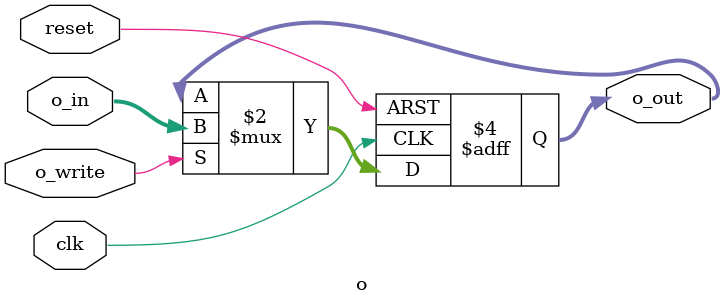
<source format=sv>
module o (
    input  logic        clk, reset,
    input  logic        o_write,
    input  logic [7:0]  o_in,
    output logic [7:0]  o_out
);
    always_ff @(posedge clk or posedge reset) begin
        if (reset)
            o_out <= 8'h00;
        else if (o_write)
            o_out <= o_in;
    end
endmodule

</source>
